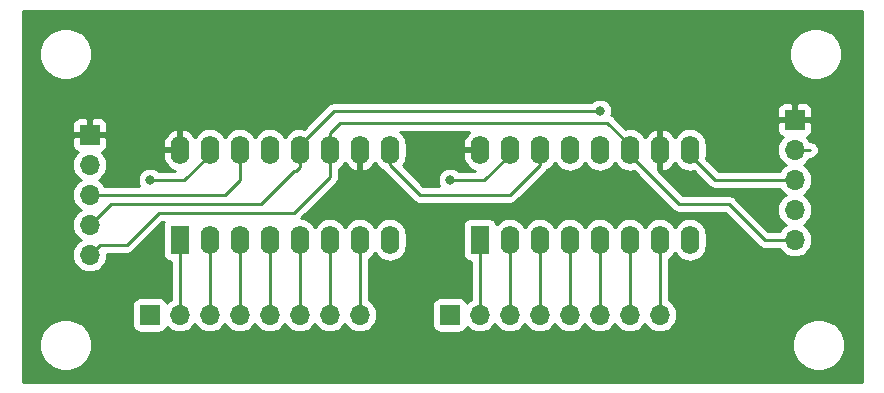
<source format=gtl>
%TF.GenerationSoftware,KiCad,Pcbnew,(5.1.2-1)-1*%
%TF.CreationDate,2023-02-25T22:44:41-05:00*%
%TF.ProjectId,7seg,37736567-2e6b-4696-9361-645f70636258,rev?*%
%TF.SameCoordinates,Original*%
%TF.FileFunction,Copper,L1,Top*%
%TF.FilePolarity,Positive*%
%FSLAX46Y46*%
G04 Gerber Fmt 4.6, Leading zero omitted, Abs format (unit mm)*
G04 Created by KiCad (PCBNEW (5.1.2-1)-1) date 2023-02-25 22:44:41*
%MOMM*%
%LPD*%
G04 APERTURE LIST*
%ADD10O,1.600000X2.400000*%
%ADD11R,1.600000X2.400000*%
%ADD12O,1.700000X1.700000*%
%ADD13R,1.700000X1.700000*%
%ADD14C,0.800000*%
%ADD15C,0.250000*%
%ADD16C,0.254000*%
G04 APERTURE END LIST*
D10*
X119380000Y43180000D03*
X137160000Y35560000D03*
X121920000Y43180000D03*
X134620000Y35560000D03*
X124460000Y43180000D03*
X132080000Y35560000D03*
X127000000Y43180000D03*
X129540000Y35560000D03*
X129540000Y43180000D03*
X127000000Y35560000D03*
X132080000Y43180000D03*
X124460000Y35560000D03*
X134620000Y43180000D03*
X121920000Y35560000D03*
X137160000Y43180000D03*
D11*
X119380000Y35560000D03*
D10*
X93980000Y43180000D03*
X111760000Y35560000D03*
X96520000Y43180000D03*
X109220000Y35560000D03*
X99060000Y43180000D03*
X106680000Y35560000D03*
X101600000Y43180000D03*
X104140000Y35560000D03*
X104140000Y43180000D03*
X101600000Y35560000D03*
X106680000Y43180000D03*
X99060000Y35560000D03*
X109220000Y43180000D03*
X96520000Y35560000D03*
X111760000Y43180000D03*
D11*
X93980000Y35560000D03*
D12*
X146050000Y35560000D03*
X146050000Y38100000D03*
X146050000Y40640000D03*
X146050000Y43180000D03*
D13*
X146050000Y45720000D03*
D12*
X134620000Y29210000D03*
X132080000Y29210000D03*
X129540000Y29210000D03*
X127000000Y29210000D03*
X124460000Y29210000D03*
X121920000Y29210000D03*
X119380000Y29210000D03*
D13*
X116840000Y29210000D03*
D12*
X109220000Y29210000D03*
X106680000Y29210000D03*
X104140000Y29210000D03*
X101600000Y29210000D03*
X99060000Y29210000D03*
X96520000Y29210000D03*
X93980000Y29210000D03*
D13*
X91440000Y29210000D03*
D12*
X86360000Y34290000D03*
X86360000Y36830000D03*
X86360000Y39370000D03*
X86360000Y41910000D03*
D13*
X86360000Y44450000D03*
D14*
X113538000Y48006000D03*
X91440000Y40640000D03*
X116840000Y40640000D03*
X129540000Y46482000D03*
D15*
X146050000Y43180000D02*
X147320000Y43180000D01*
X109220000Y35560000D02*
X109220000Y29210000D01*
X106680000Y35560000D02*
X106680000Y29210000D01*
X104140000Y35560000D02*
X104140000Y29210000D01*
X101600000Y35560000D02*
X101600000Y29210000D01*
X99060000Y35560000D02*
X99060000Y29210000D01*
X96520000Y35560000D02*
X96520000Y29210000D01*
X93980000Y35560000D02*
X93980000Y29210000D01*
X96520000Y42780000D02*
X94380000Y40640000D01*
X96520000Y43180000D02*
X96520000Y42780000D01*
X94380000Y40640000D02*
X91440000Y40640000D01*
X134620000Y35560000D02*
X134620000Y29210000D01*
X132080000Y35560000D02*
X132080000Y29210000D01*
X129540000Y35560000D02*
X129540000Y29210000D01*
X127000000Y35560000D02*
X127000000Y29210000D01*
X124460000Y35560000D02*
X124460000Y29210000D01*
X121920000Y35560000D02*
X121920000Y29210000D01*
X119380000Y35560000D02*
X119380000Y29210000D01*
X119780000Y40640000D02*
X116840000Y40640000D01*
X121920000Y42780000D02*
X119780000Y40640000D01*
X121920000Y43180000D02*
X121920000Y42780000D01*
X137160000Y42780000D02*
X139300000Y40640000D01*
X137160000Y43180000D02*
X137160000Y42780000D01*
X139300000Y40640000D02*
X146050000Y40640000D01*
X124460000Y42780000D02*
X124460000Y43180000D01*
X121920000Y39370000D02*
X124460000Y41910000D01*
X124460000Y41910000D02*
X124460000Y43180000D01*
X114300000Y39370000D02*
X121920000Y39370000D01*
X111760000Y41910000D02*
X114300000Y39370000D01*
X111760000Y43180000D02*
X111760000Y41910000D01*
X89495999Y35139999D02*
X92202000Y37846000D01*
X103632000Y37846000D02*
X106680000Y40894000D01*
X106680000Y40894000D02*
X106680000Y43180000D01*
X92202000Y37846000D02*
X103632000Y37846000D01*
X87209999Y35139999D02*
X89495999Y35139999D01*
X86360000Y34290000D02*
X87209999Y35139999D01*
X132080000Y43580000D02*
X132080000Y43180000D01*
X107516000Y45466000D02*
X130194000Y45466000D01*
X130194000Y45466000D02*
X132080000Y43580000D01*
X106680000Y44630000D02*
X107516000Y45466000D01*
X106680000Y43180000D02*
X106680000Y44630000D01*
X140462000Y38608000D02*
X143510000Y35560000D01*
X136252000Y38608000D02*
X140462000Y38608000D01*
X143510000Y35560000D02*
X146050000Y35560000D01*
X132080000Y42780000D02*
X136252000Y38608000D01*
X132080000Y43180000D02*
X132080000Y42780000D01*
X104140000Y41730000D02*
X104140000Y43180000D01*
X103632000Y41402000D02*
X103812000Y41402000D01*
X86360000Y36830000D02*
X88138000Y38608000D01*
X100838000Y38608000D02*
X103632000Y41402000D01*
X103812000Y41402000D02*
X104140000Y41730000D01*
X88138000Y38608000D02*
X100838000Y38608000D01*
X104140000Y43580000D02*
X107042000Y46482000D01*
X104140000Y43180000D02*
X104140000Y43580000D01*
X107042000Y46482000D02*
X108204000Y46482000D01*
X108204000Y46482000D02*
X129540000Y46482000D01*
X99060000Y42780000D02*
X99060000Y43180000D01*
X99060000Y40640000D02*
X99060000Y43180000D01*
X97790000Y39370000D02*
X99060000Y40640000D01*
X86360000Y39370000D02*
X97790000Y39370000D01*
D16*
G36*
X151740001Y50832428D02*
G01*
X151740000Y50832418D01*
X151740001Y23520000D01*
X80670000Y23520000D01*
X80670000Y26890128D01*
X82093000Y26890128D01*
X82093000Y26449872D01*
X82178890Y26018075D01*
X82347369Y25611331D01*
X82591962Y25245271D01*
X82903271Y24933962D01*
X83269331Y24689369D01*
X83676075Y24520890D01*
X84107872Y24435000D01*
X84548128Y24435000D01*
X84979925Y24520890D01*
X85386669Y24689369D01*
X85752729Y24933962D01*
X86064038Y25245271D01*
X86308631Y25611331D01*
X86477110Y26018075D01*
X86563000Y26449872D01*
X86563000Y26890128D01*
X145847000Y26890128D01*
X145847000Y26449872D01*
X145932890Y26018075D01*
X146101369Y25611331D01*
X146345962Y25245271D01*
X146657271Y24933962D01*
X147023331Y24689369D01*
X147430075Y24520890D01*
X147861872Y24435000D01*
X148302128Y24435000D01*
X148733925Y24520890D01*
X149140669Y24689369D01*
X149506729Y24933962D01*
X149818038Y25245271D01*
X150062631Y25611331D01*
X150231110Y26018075D01*
X150317000Y26449872D01*
X150317000Y26890128D01*
X150231110Y27321925D01*
X150062631Y27728669D01*
X149818038Y28094729D01*
X149506729Y28406038D01*
X149140669Y28650631D01*
X148733925Y28819110D01*
X148302128Y28905000D01*
X147861872Y28905000D01*
X147430075Y28819110D01*
X147023331Y28650631D01*
X146657271Y28406038D01*
X146345962Y28094729D01*
X146101369Y27728669D01*
X145932890Y27321925D01*
X145847000Y26890128D01*
X86563000Y26890128D01*
X86477110Y27321925D01*
X86308631Y27728669D01*
X86064038Y28094729D01*
X85752729Y28406038D01*
X85386669Y28650631D01*
X84979925Y28819110D01*
X84548128Y28905000D01*
X84107872Y28905000D01*
X83676075Y28819110D01*
X83269331Y28650631D01*
X82903271Y28406038D01*
X82591962Y28094729D01*
X82347369Y27728669D01*
X82178890Y27321925D01*
X82093000Y26890128D01*
X80670000Y26890128D01*
X80670000Y41910000D01*
X84867815Y41910000D01*
X84896487Y41618889D01*
X84981401Y41338966D01*
X85119294Y41080986D01*
X85304866Y40854866D01*
X85530986Y40669294D01*
X85585791Y40640000D01*
X85530986Y40610706D01*
X85304866Y40425134D01*
X85119294Y40199014D01*
X84981401Y39941034D01*
X84896487Y39661111D01*
X84867815Y39370000D01*
X84896487Y39078889D01*
X84981401Y38798966D01*
X85119294Y38540986D01*
X85304866Y38314866D01*
X85530986Y38129294D01*
X85585791Y38100000D01*
X85530986Y38070706D01*
X85304866Y37885134D01*
X85119294Y37659014D01*
X84981401Y37401034D01*
X84896487Y37121111D01*
X84867815Y36830000D01*
X84896487Y36538889D01*
X84981401Y36258966D01*
X85119294Y36000986D01*
X85304866Y35774866D01*
X85530986Y35589294D01*
X85585791Y35560000D01*
X85530986Y35530706D01*
X85304866Y35345134D01*
X85119294Y35119014D01*
X84981401Y34861034D01*
X84896487Y34581111D01*
X84867815Y34290000D01*
X84896487Y33998889D01*
X84981401Y33718966D01*
X85119294Y33460986D01*
X85304866Y33234866D01*
X85530986Y33049294D01*
X85788966Y32911401D01*
X86068889Y32826487D01*
X86287050Y32805000D01*
X86432950Y32805000D01*
X86651111Y32826487D01*
X86931034Y32911401D01*
X87189014Y33049294D01*
X87415134Y33234866D01*
X87600706Y33460986D01*
X87738599Y33718966D01*
X87823513Y33998889D01*
X87852185Y34290000D01*
X87843321Y34379999D01*
X89458677Y34379999D01*
X89495999Y34376323D01*
X89533321Y34379999D01*
X89533332Y34379999D01*
X89644985Y34390996D01*
X89788246Y34434453D01*
X89920275Y34505025D01*
X90036000Y34599998D01*
X90059803Y34629002D01*
X92516802Y37086000D01*
X92634232Y37086000D01*
X92590498Y37004180D01*
X92554188Y36884482D01*
X92541928Y36760000D01*
X92541928Y34360000D01*
X92554188Y34235518D01*
X92590498Y34115820D01*
X92649463Y34005506D01*
X92728815Y33908815D01*
X92825506Y33829463D01*
X92935820Y33770498D01*
X93055518Y33734188D01*
X93180000Y33721928D01*
X93220000Y33721928D01*
X93220001Y30487595D01*
X93150986Y30450706D01*
X92924866Y30265134D01*
X92900393Y30235313D01*
X92879502Y30304180D01*
X92820537Y30414494D01*
X92741185Y30511185D01*
X92644494Y30590537D01*
X92534180Y30649502D01*
X92414482Y30685812D01*
X92290000Y30698072D01*
X90590000Y30698072D01*
X90465518Y30685812D01*
X90345820Y30649502D01*
X90235506Y30590537D01*
X90138815Y30511185D01*
X90059463Y30414494D01*
X90000498Y30304180D01*
X89964188Y30184482D01*
X89951928Y30060000D01*
X89951928Y28360000D01*
X89964188Y28235518D01*
X90000498Y28115820D01*
X90059463Y28005506D01*
X90138815Y27908815D01*
X90235506Y27829463D01*
X90345820Y27770498D01*
X90465518Y27734188D01*
X90590000Y27721928D01*
X92290000Y27721928D01*
X92414482Y27734188D01*
X92534180Y27770498D01*
X92644494Y27829463D01*
X92741185Y27908815D01*
X92820537Y28005506D01*
X92879502Y28115820D01*
X92900393Y28184687D01*
X92924866Y28154866D01*
X93150986Y27969294D01*
X93408966Y27831401D01*
X93688889Y27746487D01*
X93907050Y27725000D01*
X94052950Y27725000D01*
X94271111Y27746487D01*
X94551034Y27831401D01*
X94809014Y27969294D01*
X95035134Y28154866D01*
X95220706Y28380986D01*
X95250000Y28435791D01*
X95279294Y28380986D01*
X95464866Y28154866D01*
X95690986Y27969294D01*
X95948966Y27831401D01*
X96228889Y27746487D01*
X96447050Y27725000D01*
X96592950Y27725000D01*
X96811111Y27746487D01*
X97091034Y27831401D01*
X97349014Y27969294D01*
X97575134Y28154866D01*
X97760706Y28380986D01*
X97790000Y28435791D01*
X97819294Y28380986D01*
X98004866Y28154866D01*
X98230986Y27969294D01*
X98488966Y27831401D01*
X98768889Y27746487D01*
X98987050Y27725000D01*
X99132950Y27725000D01*
X99351111Y27746487D01*
X99631034Y27831401D01*
X99889014Y27969294D01*
X100115134Y28154866D01*
X100300706Y28380986D01*
X100330000Y28435791D01*
X100359294Y28380986D01*
X100544866Y28154866D01*
X100770986Y27969294D01*
X101028966Y27831401D01*
X101308889Y27746487D01*
X101527050Y27725000D01*
X101672950Y27725000D01*
X101891111Y27746487D01*
X102171034Y27831401D01*
X102429014Y27969294D01*
X102655134Y28154866D01*
X102840706Y28380986D01*
X102870000Y28435791D01*
X102899294Y28380986D01*
X103084866Y28154866D01*
X103310986Y27969294D01*
X103568966Y27831401D01*
X103848889Y27746487D01*
X104067050Y27725000D01*
X104212950Y27725000D01*
X104431111Y27746487D01*
X104711034Y27831401D01*
X104969014Y27969294D01*
X105195134Y28154866D01*
X105380706Y28380986D01*
X105410000Y28435791D01*
X105439294Y28380986D01*
X105624866Y28154866D01*
X105850986Y27969294D01*
X106108966Y27831401D01*
X106388889Y27746487D01*
X106607050Y27725000D01*
X106752950Y27725000D01*
X106971111Y27746487D01*
X107251034Y27831401D01*
X107509014Y27969294D01*
X107735134Y28154866D01*
X107920706Y28380986D01*
X107950000Y28435791D01*
X107979294Y28380986D01*
X108164866Y28154866D01*
X108390986Y27969294D01*
X108648966Y27831401D01*
X108928889Y27746487D01*
X109147050Y27725000D01*
X109292950Y27725000D01*
X109511111Y27746487D01*
X109791034Y27831401D01*
X110049014Y27969294D01*
X110275134Y28154866D01*
X110460706Y28380986D01*
X110598599Y28638966D01*
X110683513Y28918889D01*
X110712185Y29210000D01*
X110683513Y29501111D01*
X110598599Y29781034D01*
X110460706Y30039014D01*
X110443484Y30060000D01*
X115351928Y30060000D01*
X115351928Y28360000D01*
X115364188Y28235518D01*
X115400498Y28115820D01*
X115459463Y28005506D01*
X115538815Y27908815D01*
X115635506Y27829463D01*
X115745820Y27770498D01*
X115865518Y27734188D01*
X115990000Y27721928D01*
X117690000Y27721928D01*
X117814482Y27734188D01*
X117934180Y27770498D01*
X118044494Y27829463D01*
X118141185Y27908815D01*
X118220537Y28005506D01*
X118279502Y28115820D01*
X118300393Y28184687D01*
X118324866Y28154866D01*
X118550986Y27969294D01*
X118808966Y27831401D01*
X119088889Y27746487D01*
X119307050Y27725000D01*
X119452950Y27725000D01*
X119671111Y27746487D01*
X119951034Y27831401D01*
X120209014Y27969294D01*
X120435134Y28154866D01*
X120620706Y28380986D01*
X120650000Y28435791D01*
X120679294Y28380986D01*
X120864866Y28154866D01*
X121090986Y27969294D01*
X121348966Y27831401D01*
X121628889Y27746487D01*
X121847050Y27725000D01*
X121992950Y27725000D01*
X122211111Y27746487D01*
X122491034Y27831401D01*
X122749014Y27969294D01*
X122975134Y28154866D01*
X123160706Y28380986D01*
X123190000Y28435791D01*
X123219294Y28380986D01*
X123404866Y28154866D01*
X123630986Y27969294D01*
X123888966Y27831401D01*
X124168889Y27746487D01*
X124387050Y27725000D01*
X124532950Y27725000D01*
X124751111Y27746487D01*
X125031034Y27831401D01*
X125289014Y27969294D01*
X125515134Y28154866D01*
X125700706Y28380986D01*
X125730000Y28435791D01*
X125759294Y28380986D01*
X125944866Y28154866D01*
X126170986Y27969294D01*
X126428966Y27831401D01*
X126708889Y27746487D01*
X126927050Y27725000D01*
X127072950Y27725000D01*
X127291111Y27746487D01*
X127571034Y27831401D01*
X127829014Y27969294D01*
X128055134Y28154866D01*
X128240706Y28380986D01*
X128270000Y28435791D01*
X128299294Y28380986D01*
X128484866Y28154866D01*
X128710986Y27969294D01*
X128968966Y27831401D01*
X129248889Y27746487D01*
X129467050Y27725000D01*
X129612950Y27725000D01*
X129831111Y27746487D01*
X130111034Y27831401D01*
X130369014Y27969294D01*
X130595134Y28154866D01*
X130780706Y28380986D01*
X130810000Y28435791D01*
X130839294Y28380986D01*
X131024866Y28154866D01*
X131250986Y27969294D01*
X131508966Y27831401D01*
X131788889Y27746487D01*
X132007050Y27725000D01*
X132152950Y27725000D01*
X132371111Y27746487D01*
X132651034Y27831401D01*
X132909014Y27969294D01*
X133135134Y28154866D01*
X133320706Y28380986D01*
X133350000Y28435791D01*
X133379294Y28380986D01*
X133564866Y28154866D01*
X133790986Y27969294D01*
X134048966Y27831401D01*
X134328889Y27746487D01*
X134547050Y27725000D01*
X134692950Y27725000D01*
X134911111Y27746487D01*
X135191034Y27831401D01*
X135449014Y27969294D01*
X135675134Y28154866D01*
X135860706Y28380986D01*
X135998599Y28638966D01*
X136083513Y28918889D01*
X136112185Y29210000D01*
X136083513Y29501111D01*
X135998599Y29781034D01*
X135860706Y30039014D01*
X135675134Y30265134D01*
X135449014Y30450706D01*
X135380000Y30487595D01*
X135380000Y33939099D01*
X135421101Y33961068D01*
X135639608Y34140392D01*
X135818932Y34358899D01*
X135890000Y34491858D01*
X135961068Y34358899D01*
X136140393Y34140392D01*
X136358900Y33961068D01*
X136608193Y33827818D01*
X136878692Y33745764D01*
X137160000Y33718057D01*
X137441309Y33745764D01*
X137711808Y33827818D01*
X137961101Y33961068D01*
X138179608Y34140392D01*
X138358932Y34358899D01*
X138492182Y34608192D01*
X138574236Y34878691D01*
X138595000Y35089509D01*
X138595000Y36030492D01*
X138574236Y36241309D01*
X138492182Y36511808D01*
X138358932Y36761101D01*
X138179607Y36979608D01*
X137961100Y37158932D01*
X137711807Y37292182D01*
X137441308Y37374236D01*
X137160000Y37401943D01*
X136878691Y37374236D01*
X136608192Y37292182D01*
X136358899Y37158932D01*
X136140392Y36979607D01*
X135961068Y36761100D01*
X135890000Y36628142D01*
X135818932Y36761101D01*
X135639607Y36979608D01*
X135421100Y37158932D01*
X135171807Y37292182D01*
X134901308Y37374236D01*
X134620000Y37401943D01*
X134338691Y37374236D01*
X134068192Y37292182D01*
X133818899Y37158932D01*
X133600392Y36979607D01*
X133421068Y36761100D01*
X133350000Y36628142D01*
X133278932Y36761101D01*
X133099607Y36979608D01*
X132881100Y37158932D01*
X132631807Y37292182D01*
X132361308Y37374236D01*
X132080000Y37401943D01*
X131798691Y37374236D01*
X131528192Y37292182D01*
X131278899Y37158932D01*
X131060392Y36979607D01*
X130881068Y36761100D01*
X130810000Y36628142D01*
X130738932Y36761101D01*
X130559607Y36979608D01*
X130341100Y37158932D01*
X130091807Y37292182D01*
X129821308Y37374236D01*
X129540000Y37401943D01*
X129258691Y37374236D01*
X128988192Y37292182D01*
X128738899Y37158932D01*
X128520392Y36979607D01*
X128341068Y36761100D01*
X128270000Y36628142D01*
X128198932Y36761101D01*
X128019607Y36979608D01*
X127801100Y37158932D01*
X127551807Y37292182D01*
X127281308Y37374236D01*
X127000000Y37401943D01*
X126718691Y37374236D01*
X126448192Y37292182D01*
X126198899Y37158932D01*
X125980392Y36979607D01*
X125801068Y36761100D01*
X125730000Y36628142D01*
X125658932Y36761101D01*
X125479607Y36979608D01*
X125261100Y37158932D01*
X125011807Y37292182D01*
X124741308Y37374236D01*
X124460000Y37401943D01*
X124178691Y37374236D01*
X123908192Y37292182D01*
X123658899Y37158932D01*
X123440392Y36979607D01*
X123261068Y36761100D01*
X123190000Y36628142D01*
X123118932Y36761101D01*
X122939607Y36979608D01*
X122721100Y37158932D01*
X122471807Y37292182D01*
X122201308Y37374236D01*
X121920000Y37401943D01*
X121638691Y37374236D01*
X121368192Y37292182D01*
X121118899Y37158932D01*
X120900392Y36979607D01*
X120807581Y36866517D01*
X120805812Y36884482D01*
X120769502Y37004180D01*
X120710537Y37114494D01*
X120631185Y37211185D01*
X120534494Y37290537D01*
X120424180Y37349502D01*
X120304482Y37385812D01*
X120180000Y37398072D01*
X118580000Y37398072D01*
X118455518Y37385812D01*
X118335820Y37349502D01*
X118225506Y37290537D01*
X118128815Y37211185D01*
X118049463Y37114494D01*
X117990498Y37004180D01*
X117954188Y36884482D01*
X117941928Y36760000D01*
X117941928Y34360000D01*
X117954188Y34235518D01*
X117990498Y34115820D01*
X118049463Y34005506D01*
X118128815Y33908815D01*
X118225506Y33829463D01*
X118335820Y33770498D01*
X118455518Y33734188D01*
X118580000Y33721928D01*
X118620000Y33721928D01*
X118620001Y30487595D01*
X118550986Y30450706D01*
X118324866Y30265134D01*
X118300393Y30235313D01*
X118279502Y30304180D01*
X118220537Y30414494D01*
X118141185Y30511185D01*
X118044494Y30590537D01*
X117934180Y30649502D01*
X117814482Y30685812D01*
X117690000Y30698072D01*
X115990000Y30698072D01*
X115865518Y30685812D01*
X115745820Y30649502D01*
X115635506Y30590537D01*
X115538815Y30511185D01*
X115459463Y30414494D01*
X115400498Y30304180D01*
X115364188Y30184482D01*
X115351928Y30060000D01*
X110443484Y30060000D01*
X110275134Y30265134D01*
X110049014Y30450706D01*
X109980000Y30487595D01*
X109980000Y33939099D01*
X110021101Y33961068D01*
X110239608Y34140392D01*
X110418932Y34358899D01*
X110490000Y34491858D01*
X110561068Y34358899D01*
X110740393Y34140392D01*
X110958900Y33961068D01*
X111208193Y33827818D01*
X111478692Y33745764D01*
X111760000Y33718057D01*
X112041309Y33745764D01*
X112311808Y33827818D01*
X112561101Y33961068D01*
X112779608Y34140392D01*
X112958932Y34358899D01*
X113092182Y34608192D01*
X113174236Y34878691D01*
X113195000Y35089509D01*
X113195000Y36030492D01*
X113174236Y36241309D01*
X113092182Y36511808D01*
X112958932Y36761101D01*
X112779607Y36979608D01*
X112561100Y37158932D01*
X112311807Y37292182D01*
X112041308Y37374236D01*
X111760000Y37401943D01*
X111478691Y37374236D01*
X111208192Y37292182D01*
X110958899Y37158932D01*
X110740392Y36979607D01*
X110561068Y36761100D01*
X110490000Y36628142D01*
X110418932Y36761101D01*
X110239607Y36979608D01*
X110021100Y37158932D01*
X109771807Y37292182D01*
X109501308Y37374236D01*
X109220000Y37401943D01*
X108938691Y37374236D01*
X108668192Y37292182D01*
X108418899Y37158932D01*
X108200392Y36979607D01*
X108021068Y36761100D01*
X107950000Y36628142D01*
X107878932Y36761101D01*
X107699607Y36979608D01*
X107481100Y37158932D01*
X107231807Y37292182D01*
X106961308Y37374236D01*
X106680000Y37401943D01*
X106398691Y37374236D01*
X106128192Y37292182D01*
X105878899Y37158932D01*
X105660392Y36979607D01*
X105481068Y36761100D01*
X105410000Y36628142D01*
X105338932Y36761101D01*
X105159607Y36979608D01*
X104941100Y37158932D01*
X104691807Y37292182D01*
X104421308Y37374236D01*
X104251739Y37390937D01*
X107191004Y40330202D01*
X107220001Y40353999D01*
X107295904Y40446487D01*
X107314974Y40469723D01*
X107385546Y40601753D01*
X107388262Y40610706D01*
X107429003Y40745014D01*
X107440000Y40856667D01*
X107440000Y40856677D01*
X107443676Y40894000D01*
X107440000Y40931323D01*
X107440000Y41559099D01*
X107481101Y41581068D01*
X107699608Y41760392D01*
X107878932Y41978899D01*
X107947265Y42106741D01*
X108097399Y41877161D01*
X108295105Y41675500D01*
X108528354Y41516285D01*
X108788182Y41405633D01*
X108870961Y41388096D01*
X109093000Y41510085D01*
X109093000Y43053000D01*
X109073000Y43053000D01*
X109073000Y43307000D01*
X109093000Y43307000D01*
X109093000Y43327000D01*
X109347000Y43327000D01*
X109347000Y43307000D01*
X109367000Y43307000D01*
X109367000Y43053000D01*
X109347000Y43053000D01*
X109347000Y41510085D01*
X109569039Y41388096D01*
X109651818Y41405633D01*
X109911646Y41516285D01*
X110144895Y41675500D01*
X110342601Y41877161D01*
X110492735Y42106741D01*
X110561068Y41978899D01*
X110740393Y41760392D01*
X110958900Y41581068D01*
X111120126Y41494891D01*
X111125026Y41485724D01*
X111190756Y41405633D01*
X111220000Y41369999D01*
X111248998Y41346201D01*
X113736205Y38858992D01*
X113759999Y38829999D01*
X113788992Y38806205D01*
X113788996Y38806201D01*
X113848966Y38756986D01*
X113875724Y38735026D01*
X114007753Y38664454D01*
X114151014Y38620997D01*
X114262667Y38610000D01*
X114262676Y38610000D01*
X114299999Y38606324D01*
X114337322Y38610000D01*
X121882678Y38610000D01*
X121920000Y38606324D01*
X121957322Y38610000D01*
X121957333Y38610000D01*
X122068986Y38620997D01*
X122212247Y38664454D01*
X122344276Y38735026D01*
X122460001Y38829999D01*
X122483804Y38859003D01*
X124971009Y41346206D01*
X125000001Y41369999D01*
X125023795Y41398992D01*
X125023799Y41398996D01*
X125094973Y41485723D01*
X125094974Y41485724D01*
X125099873Y41494890D01*
X125261101Y41581068D01*
X125479608Y41760392D01*
X125658932Y41978899D01*
X125730000Y42111858D01*
X125801068Y41978899D01*
X125980393Y41760392D01*
X126198900Y41581068D01*
X126448193Y41447818D01*
X126718692Y41365764D01*
X127000000Y41338057D01*
X127281309Y41365764D01*
X127551808Y41447818D01*
X127801101Y41581068D01*
X128019608Y41760392D01*
X128198932Y41978899D01*
X128270000Y42111858D01*
X128341068Y41978899D01*
X128520393Y41760392D01*
X128738900Y41581068D01*
X128988193Y41447818D01*
X129258692Y41365764D01*
X129540000Y41338057D01*
X129821309Y41365764D01*
X130091808Y41447818D01*
X130341101Y41581068D01*
X130559608Y41760392D01*
X130738932Y41978899D01*
X130810000Y42111858D01*
X130881068Y41978899D01*
X131060393Y41760392D01*
X131278900Y41581068D01*
X131528193Y41447818D01*
X131798692Y41365764D01*
X132080000Y41338057D01*
X132361309Y41365764D01*
X132405906Y41379292D01*
X135688200Y38096998D01*
X135711999Y38067999D01*
X135740997Y38044201D01*
X135827723Y37973026D01*
X135952208Y37906487D01*
X135959753Y37902454D01*
X136103014Y37858997D01*
X136214667Y37848000D01*
X136214677Y37848000D01*
X136252000Y37844324D01*
X136289322Y37848000D01*
X140147199Y37848000D01*
X142946201Y35048997D01*
X142969999Y35019999D01*
X142998997Y34996201D01*
X143085723Y34925026D01*
X143172409Y34878691D01*
X143217753Y34854454D01*
X143361014Y34810997D01*
X143472667Y34800000D01*
X143472677Y34800000D01*
X143510000Y34796324D01*
X143547323Y34800000D01*
X144772405Y34800000D01*
X144809294Y34730986D01*
X144994866Y34504866D01*
X145220986Y34319294D01*
X145478966Y34181401D01*
X145758889Y34096487D01*
X145977050Y34075000D01*
X146122950Y34075000D01*
X146341111Y34096487D01*
X146621034Y34181401D01*
X146879014Y34319294D01*
X147105134Y34504866D01*
X147290706Y34730986D01*
X147428599Y34988966D01*
X147513513Y35268889D01*
X147542185Y35560000D01*
X147513513Y35851111D01*
X147428599Y36131034D01*
X147290706Y36389014D01*
X147105134Y36615134D01*
X146879014Y36800706D01*
X146824209Y36830000D01*
X146879014Y36859294D01*
X147105134Y37044866D01*
X147290706Y37270986D01*
X147428599Y37528966D01*
X147513513Y37808889D01*
X147542185Y38100000D01*
X147513513Y38391111D01*
X147428599Y38671034D01*
X147290706Y38929014D01*
X147105134Y39155134D01*
X146879014Y39340706D01*
X146824209Y39370000D01*
X146879014Y39399294D01*
X147105134Y39584866D01*
X147290706Y39810986D01*
X147428599Y40068966D01*
X147513513Y40348889D01*
X147542185Y40640000D01*
X147513513Y40931111D01*
X147428599Y41211034D01*
X147290706Y41469014D01*
X147105134Y41695134D01*
X146879014Y41880706D01*
X146824209Y41910000D01*
X146879014Y41939294D01*
X147105134Y42124866D01*
X147290706Y42350986D01*
X147327595Y42420000D01*
X147357333Y42420000D01*
X147468986Y42430997D01*
X147612247Y42474454D01*
X147744276Y42545026D01*
X147860001Y42639999D01*
X147954974Y42755724D01*
X148025546Y42887753D01*
X148069003Y43031014D01*
X148083677Y43180000D01*
X148069003Y43328986D01*
X148025546Y43472247D01*
X147954974Y43604276D01*
X147860001Y43720001D01*
X147744276Y43814974D01*
X147612247Y43885546D01*
X147468986Y43929003D01*
X147357333Y43940000D01*
X147327595Y43940000D01*
X147290706Y44009014D01*
X147105134Y44235134D01*
X147075313Y44259607D01*
X147144180Y44280498D01*
X147254494Y44339463D01*
X147351185Y44418815D01*
X147430537Y44515506D01*
X147489502Y44625820D01*
X147525812Y44745518D01*
X147538072Y44870000D01*
X147535000Y45434250D01*
X147376250Y45593000D01*
X146177000Y45593000D01*
X146177000Y45573000D01*
X145923000Y45573000D01*
X145923000Y45593000D01*
X144723750Y45593000D01*
X144565000Y45434250D01*
X144561928Y44870000D01*
X144574188Y44745518D01*
X144610498Y44625820D01*
X144669463Y44515506D01*
X144748815Y44418815D01*
X144845506Y44339463D01*
X144955820Y44280498D01*
X145024687Y44259607D01*
X144994866Y44235134D01*
X144809294Y44009014D01*
X144671401Y43751034D01*
X144586487Y43471111D01*
X144557815Y43180000D01*
X144586487Y42888889D01*
X144671401Y42608966D01*
X144809294Y42350986D01*
X144994866Y42124866D01*
X145220986Y41939294D01*
X145275791Y41910000D01*
X145220986Y41880706D01*
X144994866Y41695134D01*
X144809294Y41469014D01*
X144772405Y41400000D01*
X139614802Y41400000D01*
X138560708Y42454094D01*
X138574236Y42498691D01*
X138595000Y42709509D01*
X138595000Y43650492D01*
X138574236Y43861309D01*
X138492182Y44131808D01*
X138358932Y44381101D01*
X138179607Y44599608D01*
X137961100Y44778932D01*
X137711807Y44912182D01*
X137441308Y44994236D01*
X137160000Y45021943D01*
X136878691Y44994236D01*
X136608192Y44912182D01*
X136358899Y44778932D01*
X136140392Y44599607D01*
X135961068Y44381100D01*
X135892735Y44253258D01*
X135742601Y44482839D01*
X135544895Y44684500D01*
X135311646Y44843715D01*
X135051818Y44954367D01*
X134969039Y44971904D01*
X134747000Y44849915D01*
X134747000Y43307000D01*
X134767000Y43307000D01*
X134767000Y43053000D01*
X134747000Y43053000D01*
X134747000Y41510085D01*
X134969039Y41388096D01*
X135051818Y41405633D01*
X135311646Y41516285D01*
X135544895Y41675500D01*
X135742601Y41877161D01*
X135892735Y42106741D01*
X135961068Y41978899D01*
X136140393Y41760392D01*
X136358900Y41581068D01*
X136608193Y41447818D01*
X136878692Y41365764D01*
X137160000Y41338057D01*
X137441309Y41365764D01*
X137485906Y41379292D01*
X138736201Y40128997D01*
X138759999Y40099999D01*
X138788997Y40076201D01*
X138875723Y40005026D01*
X138995443Y39941034D01*
X139007753Y39934454D01*
X139151014Y39890997D01*
X139262667Y39880000D01*
X139262676Y39880000D01*
X139299999Y39876324D01*
X139337322Y39880000D01*
X144772405Y39880000D01*
X144809294Y39810986D01*
X144994866Y39584866D01*
X145220986Y39399294D01*
X145275791Y39370000D01*
X145220986Y39340706D01*
X144994866Y39155134D01*
X144809294Y38929014D01*
X144671401Y38671034D01*
X144586487Y38391111D01*
X144557815Y38100000D01*
X144586487Y37808889D01*
X144671401Y37528966D01*
X144809294Y37270986D01*
X144994866Y37044866D01*
X145220986Y36859294D01*
X145275791Y36830000D01*
X145220986Y36800706D01*
X144994866Y36615134D01*
X144809294Y36389014D01*
X144772405Y36320000D01*
X143824802Y36320000D01*
X141025804Y39118997D01*
X141002001Y39148001D01*
X140886276Y39242974D01*
X140754247Y39313546D01*
X140610986Y39357003D01*
X140499333Y39368000D01*
X140499322Y39368000D01*
X140462000Y39371676D01*
X140424678Y39368000D01*
X136566802Y39368000D01*
X134448929Y41485872D01*
X134493000Y41510085D01*
X134493000Y43053000D01*
X134473000Y43053000D01*
X134473000Y43307000D01*
X134493000Y43307000D01*
X134493000Y44849915D01*
X134270961Y44971904D01*
X134188182Y44954367D01*
X133928354Y44843715D01*
X133695105Y44684500D01*
X133497399Y44482839D01*
X133347265Y44253259D01*
X133278932Y44381101D01*
X133099607Y44599608D01*
X132881100Y44778932D01*
X132631807Y44912182D01*
X132361308Y44994236D01*
X132080000Y45021943D01*
X131798691Y44994236D01*
X131754094Y44980708D01*
X130757804Y45976997D01*
X130734001Y46006001D01*
X130618276Y46100974D01*
X130523446Y46151662D01*
X130535226Y46180102D01*
X130575000Y46380061D01*
X130575000Y46570000D01*
X144561928Y46570000D01*
X144565000Y46005750D01*
X144723750Y45847000D01*
X145923000Y45847000D01*
X145923000Y47046250D01*
X146177000Y47046250D01*
X146177000Y45847000D01*
X147376250Y45847000D01*
X147535000Y46005750D01*
X147538072Y46570000D01*
X147525812Y46694482D01*
X147489502Y46814180D01*
X147430537Y46924494D01*
X147351185Y47021185D01*
X147254494Y47100537D01*
X147144180Y47159502D01*
X147024482Y47195812D01*
X146900000Y47208072D01*
X146335750Y47205000D01*
X146177000Y47046250D01*
X145923000Y47046250D01*
X145764250Y47205000D01*
X145200000Y47208072D01*
X145075518Y47195812D01*
X144955820Y47159502D01*
X144845506Y47100537D01*
X144748815Y47021185D01*
X144669463Y46924494D01*
X144610498Y46814180D01*
X144574188Y46694482D01*
X144561928Y46570000D01*
X130575000Y46570000D01*
X130575000Y46583939D01*
X130535226Y46783898D01*
X130457205Y46972256D01*
X130343937Y47141774D01*
X130199774Y47285937D01*
X130030256Y47399205D01*
X129841898Y47477226D01*
X129641939Y47517000D01*
X129438061Y47517000D01*
X129238102Y47477226D01*
X129049744Y47399205D01*
X128880226Y47285937D01*
X128836289Y47242000D01*
X107079325Y47242000D01*
X107042000Y47245676D01*
X107004675Y47242000D01*
X107004667Y47242000D01*
X106893014Y47231003D01*
X106749753Y47187546D01*
X106617724Y47116974D01*
X106501999Y47022001D01*
X106478201Y46993003D01*
X104465906Y44980707D01*
X104421308Y44994236D01*
X104140000Y45021943D01*
X103858691Y44994236D01*
X103588192Y44912182D01*
X103338899Y44778932D01*
X103120392Y44599607D01*
X102941068Y44381100D01*
X102870000Y44248142D01*
X102798932Y44381101D01*
X102619607Y44599608D01*
X102401100Y44778932D01*
X102151807Y44912182D01*
X101881308Y44994236D01*
X101600000Y45021943D01*
X101318691Y44994236D01*
X101048192Y44912182D01*
X100798899Y44778932D01*
X100580392Y44599607D01*
X100401068Y44381100D01*
X100330000Y44248142D01*
X100258932Y44381101D01*
X100079607Y44599608D01*
X99861100Y44778932D01*
X99611807Y44912182D01*
X99341308Y44994236D01*
X99060000Y45021943D01*
X98778691Y44994236D01*
X98508192Y44912182D01*
X98258899Y44778932D01*
X98040392Y44599607D01*
X97861068Y44381100D01*
X97790000Y44248142D01*
X97718932Y44381101D01*
X97539607Y44599608D01*
X97321100Y44778932D01*
X97071807Y44912182D01*
X96801308Y44994236D01*
X96520000Y45021943D01*
X96238691Y44994236D01*
X95968192Y44912182D01*
X95718899Y44778932D01*
X95500392Y44599607D01*
X95321068Y44381100D01*
X95252735Y44253258D01*
X95102601Y44482839D01*
X94904895Y44684500D01*
X94671646Y44843715D01*
X94411818Y44954367D01*
X94329039Y44971904D01*
X94107000Y44849915D01*
X94107000Y43307000D01*
X94127000Y43307000D01*
X94127000Y43053000D01*
X94107000Y43053000D01*
X94107000Y43033000D01*
X93853000Y43033000D01*
X93853000Y43053000D01*
X92545000Y43053000D01*
X92545000Y42653000D01*
X92597350Y42375486D01*
X92702834Y42113517D01*
X92857399Y41877161D01*
X93055105Y41675500D01*
X93288354Y41516285D01*
X93548182Y41405633D01*
X93574771Y41400000D01*
X92143711Y41400000D01*
X92099774Y41443937D01*
X91930256Y41557205D01*
X91741898Y41635226D01*
X91541939Y41675000D01*
X91338061Y41675000D01*
X91138102Y41635226D01*
X90949744Y41557205D01*
X90780226Y41443937D01*
X90636063Y41299774D01*
X90522795Y41130256D01*
X90444774Y40941898D01*
X90405000Y40741939D01*
X90405000Y40538061D01*
X90444774Y40338102D01*
X90522795Y40149744D01*
X90535987Y40130000D01*
X87637595Y40130000D01*
X87600706Y40199014D01*
X87415134Y40425134D01*
X87189014Y40610706D01*
X87134209Y40640000D01*
X87189014Y40669294D01*
X87415134Y40854866D01*
X87600706Y41080986D01*
X87738599Y41338966D01*
X87823513Y41618889D01*
X87852185Y41910000D01*
X87823513Y42201111D01*
X87738599Y42481034D01*
X87600706Y42739014D01*
X87415134Y42965134D01*
X87385313Y42989607D01*
X87454180Y43010498D01*
X87564494Y43069463D01*
X87661185Y43148815D01*
X87740537Y43245506D01*
X87799502Y43355820D01*
X87835812Y43475518D01*
X87848072Y43600000D01*
X87847490Y43707000D01*
X92545000Y43707000D01*
X92545000Y43307000D01*
X93853000Y43307000D01*
X93853000Y44849915D01*
X93630961Y44971904D01*
X93548182Y44954367D01*
X93288354Y44843715D01*
X93055105Y44684500D01*
X92857399Y44482839D01*
X92702834Y44246483D01*
X92597350Y43984514D01*
X92545000Y43707000D01*
X87847490Y43707000D01*
X87845000Y44164250D01*
X87686250Y44323000D01*
X86487000Y44323000D01*
X86487000Y44303000D01*
X86233000Y44303000D01*
X86233000Y44323000D01*
X85033750Y44323000D01*
X84875000Y44164250D01*
X84871928Y43600000D01*
X84884188Y43475518D01*
X84920498Y43355820D01*
X84979463Y43245506D01*
X85058815Y43148815D01*
X85155506Y43069463D01*
X85265820Y43010498D01*
X85334687Y42989607D01*
X85304866Y42965134D01*
X85119294Y42739014D01*
X84981401Y42481034D01*
X84896487Y42201111D01*
X84867815Y41910000D01*
X80670000Y41910000D01*
X80670000Y45300000D01*
X84871928Y45300000D01*
X84875000Y44735750D01*
X85033750Y44577000D01*
X86233000Y44577000D01*
X86233000Y45776250D01*
X86487000Y45776250D01*
X86487000Y44577000D01*
X87686250Y44577000D01*
X87845000Y44735750D01*
X87848072Y45300000D01*
X87835812Y45424482D01*
X87799502Y45544180D01*
X87740537Y45654494D01*
X87661185Y45751185D01*
X87564494Y45830537D01*
X87454180Y45889502D01*
X87334482Y45925812D01*
X87210000Y45938072D01*
X86645750Y45935000D01*
X86487000Y45776250D01*
X86233000Y45776250D01*
X86074250Y45935000D01*
X85510000Y45938072D01*
X85385518Y45925812D01*
X85265820Y45889502D01*
X85155506Y45830537D01*
X85058815Y45751185D01*
X84979463Y45654494D01*
X84920498Y45544180D01*
X84884188Y45424482D01*
X84871928Y45300000D01*
X80670000Y45300000D01*
X80670000Y51528128D01*
X82093000Y51528128D01*
X82093000Y51087872D01*
X82178890Y50656075D01*
X82347369Y50249331D01*
X82591962Y49883271D01*
X82903271Y49571962D01*
X83269331Y49327369D01*
X83676075Y49158890D01*
X84107872Y49073000D01*
X84548128Y49073000D01*
X84979925Y49158890D01*
X85386669Y49327369D01*
X85752729Y49571962D01*
X86064038Y49883271D01*
X86308631Y50249331D01*
X86477110Y50656075D01*
X86563000Y51087872D01*
X86563000Y51528128D01*
X145593000Y51528128D01*
X145593000Y51087872D01*
X145678890Y50656075D01*
X145847369Y50249331D01*
X146091962Y49883271D01*
X146403271Y49571962D01*
X146769331Y49327369D01*
X147176075Y49158890D01*
X147607872Y49073000D01*
X148048128Y49073000D01*
X148479925Y49158890D01*
X148886669Y49327369D01*
X149252729Y49571962D01*
X149564038Y49883271D01*
X149808631Y50249331D01*
X149977110Y50656075D01*
X150063000Y51087872D01*
X150063000Y51528128D01*
X149977110Y51959925D01*
X149808631Y52366669D01*
X149564038Y52732729D01*
X149252729Y53044038D01*
X148886669Y53288631D01*
X148479925Y53457110D01*
X148048128Y53543000D01*
X147607872Y53543000D01*
X147176075Y53457110D01*
X146769331Y53288631D01*
X146403271Y53044038D01*
X146091962Y52732729D01*
X145847369Y52366669D01*
X145678890Y51959925D01*
X145593000Y51528128D01*
X86563000Y51528128D01*
X86477110Y51959925D01*
X86308631Y52366669D01*
X86064038Y52732729D01*
X85752729Y53044038D01*
X85386669Y53288631D01*
X84979925Y53457110D01*
X84548128Y53543000D01*
X84107872Y53543000D01*
X83676075Y53457110D01*
X83269331Y53288631D01*
X82903271Y53044038D01*
X82591962Y52732729D01*
X82347369Y52366669D01*
X82178890Y51959925D01*
X82093000Y51528128D01*
X80670000Y51528128D01*
X80670000Y54966000D01*
X151740000Y54966000D01*
X151740001Y50832428D01*
X151740001Y50832428D01*
G37*
X151740001Y50832428D02*
X151740000Y50832418D01*
X151740001Y23520000D01*
X80670000Y23520000D01*
X80670000Y26890128D01*
X82093000Y26890128D01*
X82093000Y26449872D01*
X82178890Y26018075D01*
X82347369Y25611331D01*
X82591962Y25245271D01*
X82903271Y24933962D01*
X83269331Y24689369D01*
X83676075Y24520890D01*
X84107872Y24435000D01*
X84548128Y24435000D01*
X84979925Y24520890D01*
X85386669Y24689369D01*
X85752729Y24933962D01*
X86064038Y25245271D01*
X86308631Y25611331D01*
X86477110Y26018075D01*
X86563000Y26449872D01*
X86563000Y26890128D01*
X145847000Y26890128D01*
X145847000Y26449872D01*
X145932890Y26018075D01*
X146101369Y25611331D01*
X146345962Y25245271D01*
X146657271Y24933962D01*
X147023331Y24689369D01*
X147430075Y24520890D01*
X147861872Y24435000D01*
X148302128Y24435000D01*
X148733925Y24520890D01*
X149140669Y24689369D01*
X149506729Y24933962D01*
X149818038Y25245271D01*
X150062631Y25611331D01*
X150231110Y26018075D01*
X150317000Y26449872D01*
X150317000Y26890128D01*
X150231110Y27321925D01*
X150062631Y27728669D01*
X149818038Y28094729D01*
X149506729Y28406038D01*
X149140669Y28650631D01*
X148733925Y28819110D01*
X148302128Y28905000D01*
X147861872Y28905000D01*
X147430075Y28819110D01*
X147023331Y28650631D01*
X146657271Y28406038D01*
X146345962Y28094729D01*
X146101369Y27728669D01*
X145932890Y27321925D01*
X145847000Y26890128D01*
X86563000Y26890128D01*
X86477110Y27321925D01*
X86308631Y27728669D01*
X86064038Y28094729D01*
X85752729Y28406038D01*
X85386669Y28650631D01*
X84979925Y28819110D01*
X84548128Y28905000D01*
X84107872Y28905000D01*
X83676075Y28819110D01*
X83269331Y28650631D01*
X82903271Y28406038D01*
X82591962Y28094729D01*
X82347369Y27728669D01*
X82178890Y27321925D01*
X82093000Y26890128D01*
X80670000Y26890128D01*
X80670000Y41910000D01*
X84867815Y41910000D01*
X84896487Y41618889D01*
X84981401Y41338966D01*
X85119294Y41080986D01*
X85304866Y40854866D01*
X85530986Y40669294D01*
X85585791Y40640000D01*
X85530986Y40610706D01*
X85304866Y40425134D01*
X85119294Y40199014D01*
X84981401Y39941034D01*
X84896487Y39661111D01*
X84867815Y39370000D01*
X84896487Y39078889D01*
X84981401Y38798966D01*
X85119294Y38540986D01*
X85304866Y38314866D01*
X85530986Y38129294D01*
X85585791Y38100000D01*
X85530986Y38070706D01*
X85304866Y37885134D01*
X85119294Y37659014D01*
X84981401Y37401034D01*
X84896487Y37121111D01*
X84867815Y36830000D01*
X84896487Y36538889D01*
X84981401Y36258966D01*
X85119294Y36000986D01*
X85304866Y35774866D01*
X85530986Y35589294D01*
X85585791Y35560000D01*
X85530986Y35530706D01*
X85304866Y35345134D01*
X85119294Y35119014D01*
X84981401Y34861034D01*
X84896487Y34581111D01*
X84867815Y34290000D01*
X84896487Y33998889D01*
X84981401Y33718966D01*
X85119294Y33460986D01*
X85304866Y33234866D01*
X85530986Y33049294D01*
X85788966Y32911401D01*
X86068889Y32826487D01*
X86287050Y32805000D01*
X86432950Y32805000D01*
X86651111Y32826487D01*
X86931034Y32911401D01*
X87189014Y33049294D01*
X87415134Y33234866D01*
X87600706Y33460986D01*
X87738599Y33718966D01*
X87823513Y33998889D01*
X87852185Y34290000D01*
X87843321Y34379999D01*
X89458677Y34379999D01*
X89495999Y34376323D01*
X89533321Y34379999D01*
X89533332Y34379999D01*
X89644985Y34390996D01*
X89788246Y34434453D01*
X89920275Y34505025D01*
X90036000Y34599998D01*
X90059803Y34629002D01*
X92516802Y37086000D01*
X92634232Y37086000D01*
X92590498Y37004180D01*
X92554188Y36884482D01*
X92541928Y36760000D01*
X92541928Y34360000D01*
X92554188Y34235518D01*
X92590498Y34115820D01*
X92649463Y34005506D01*
X92728815Y33908815D01*
X92825506Y33829463D01*
X92935820Y33770498D01*
X93055518Y33734188D01*
X93180000Y33721928D01*
X93220000Y33721928D01*
X93220001Y30487595D01*
X93150986Y30450706D01*
X92924866Y30265134D01*
X92900393Y30235313D01*
X92879502Y30304180D01*
X92820537Y30414494D01*
X92741185Y30511185D01*
X92644494Y30590537D01*
X92534180Y30649502D01*
X92414482Y30685812D01*
X92290000Y30698072D01*
X90590000Y30698072D01*
X90465518Y30685812D01*
X90345820Y30649502D01*
X90235506Y30590537D01*
X90138815Y30511185D01*
X90059463Y30414494D01*
X90000498Y30304180D01*
X89964188Y30184482D01*
X89951928Y30060000D01*
X89951928Y28360000D01*
X89964188Y28235518D01*
X90000498Y28115820D01*
X90059463Y28005506D01*
X90138815Y27908815D01*
X90235506Y27829463D01*
X90345820Y27770498D01*
X90465518Y27734188D01*
X90590000Y27721928D01*
X92290000Y27721928D01*
X92414482Y27734188D01*
X92534180Y27770498D01*
X92644494Y27829463D01*
X92741185Y27908815D01*
X92820537Y28005506D01*
X92879502Y28115820D01*
X92900393Y28184687D01*
X92924866Y28154866D01*
X93150986Y27969294D01*
X93408966Y27831401D01*
X93688889Y27746487D01*
X93907050Y27725000D01*
X94052950Y27725000D01*
X94271111Y27746487D01*
X94551034Y27831401D01*
X94809014Y27969294D01*
X95035134Y28154866D01*
X95220706Y28380986D01*
X95250000Y28435791D01*
X95279294Y28380986D01*
X95464866Y28154866D01*
X95690986Y27969294D01*
X95948966Y27831401D01*
X96228889Y27746487D01*
X96447050Y27725000D01*
X96592950Y27725000D01*
X96811111Y27746487D01*
X97091034Y27831401D01*
X97349014Y27969294D01*
X97575134Y28154866D01*
X97760706Y28380986D01*
X97790000Y28435791D01*
X97819294Y28380986D01*
X98004866Y28154866D01*
X98230986Y27969294D01*
X98488966Y27831401D01*
X98768889Y27746487D01*
X98987050Y27725000D01*
X99132950Y27725000D01*
X99351111Y27746487D01*
X99631034Y27831401D01*
X99889014Y27969294D01*
X100115134Y28154866D01*
X100300706Y28380986D01*
X100330000Y28435791D01*
X100359294Y28380986D01*
X100544866Y28154866D01*
X100770986Y27969294D01*
X101028966Y27831401D01*
X101308889Y27746487D01*
X101527050Y27725000D01*
X101672950Y27725000D01*
X101891111Y27746487D01*
X102171034Y27831401D01*
X102429014Y27969294D01*
X102655134Y28154866D01*
X102840706Y28380986D01*
X102870000Y28435791D01*
X102899294Y28380986D01*
X103084866Y28154866D01*
X103310986Y27969294D01*
X103568966Y27831401D01*
X103848889Y27746487D01*
X104067050Y27725000D01*
X104212950Y27725000D01*
X104431111Y27746487D01*
X104711034Y27831401D01*
X104969014Y27969294D01*
X105195134Y28154866D01*
X105380706Y28380986D01*
X105410000Y28435791D01*
X105439294Y28380986D01*
X105624866Y28154866D01*
X105850986Y27969294D01*
X106108966Y27831401D01*
X106388889Y27746487D01*
X106607050Y27725000D01*
X106752950Y27725000D01*
X106971111Y27746487D01*
X107251034Y27831401D01*
X107509014Y27969294D01*
X107735134Y28154866D01*
X107920706Y28380986D01*
X107950000Y28435791D01*
X107979294Y28380986D01*
X108164866Y28154866D01*
X108390986Y27969294D01*
X108648966Y27831401D01*
X108928889Y27746487D01*
X109147050Y27725000D01*
X109292950Y27725000D01*
X109511111Y27746487D01*
X109791034Y27831401D01*
X110049014Y27969294D01*
X110275134Y28154866D01*
X110460706Y28380986D01*
X110598599Y28638966D01*
X110683513Y28918889D01*
X110712185Y29210000D01*
X110683513Y29501111D01*
X110598599Y29781034D01*
X110460706Y30039014D01*
X110443484Y30060000D01*
X115351928Y30060000D01*
X115351928Y28360000D01*
X115364188Y28235518D01*
X115400498Y28115820D01*
X115459463Y28005506D01*
X115538815Y27908815D01*
X115635506Y27829463D01*
X115745820Y27770498D01*
X115865518Y27734188D01*
X115990000Y27721928D01*
X117690000Y27721928D01*
X117814482Y27734188D01*
X117934180Y27770498D01*
X118044494Y27829463D01*
X118141185Y27908815D01*
X118220537Y28005506D01*
X118279502Y28115820D01*
X118300393Y28184687D01*
X118324866Y28154866D01*
X118550986Y27969294D01*
X118808966Y27831401D01*
X119088889Y27746487D01*
X119307050Y27725000D01*
X119452950Y27725000D01*
X119671111Y27746487D01*
X119951034Y27831401D01*
X120209014Y27969294D01*
X120435134Y28154866D01*
X120620706Y28380986D01*
X120650000Y28435791D01*
X120679294Y28380986D01*
X120864866Y28154866D01*
X121090986Y27969294D01*
X121348966Y27831401D01*
X121628889Y27746487D01*
X121847050Y27725000D01*
X121992950Y27725000D01*
X122211111Y27746487D01*
X122491034Y27831401D01*
X122749014Y27969294D01*
X122975134Y28154866D01*
X123160706Y28380986D01*
X123190000Y28435791D01*
X123219294Y28380986D01*
X123404866Y28154866D01*
X123630986Y27969294D01*
X123888966Y27831401D01*
X124168889Y27746487D01*
X124387050Y27725000D01*
X124532950Y27725000D01*
X124751111Y27746487D01*
X125031034Y27831401D01*
X125289014Y27969294D01*
X125515134Y28154866D01*
X125700706Y28380986D01*
X125730000Y28435791D01*
X125759294Y28380986D01*
X125944866Y28154866D01*
X126170986Y27969294D01*
X126428966Y27831401D01*
X126708889Y27746487D01*
X126927050Y27725000D01*
X127072950Y27725000D01*
X127291111Y27746487D01*
X127571034Y27831401D01*
X127829014Y27969294D01*
X128055134Y28154866D01*
X128240706Y28380986D01*
X128270000Y28435791D01*
X128299294Y28380986D01*
X128484866Y28154866D01*
X128710986Y27969294D01*
X128968966Y27831401D01*
X129248889Y27746487D01*
X129467050Y27725000D01*
X129612950Y27725000D01*
X129831111Y27746487D01*
X130111034Y27831401D01*
X130369014Y27969294D01*
X130595134Y28154866D01*
X130780706Y28380986D01*
X130810000Y28435791D01*
X130839294Y28380986D01*
X131024866Y28154866D01*
X131250986Y27969294D01*
X131508966Y27831401D01*
X131788889Y27746487D01*
X132007050Y27725000D01*
X132152950Y27725000D01*
X132371111Y27746487D01*
X132651034Y27831401D01*
X132909014Y27969294D01*
X133135134Y28154866D01*
X133320706Y28380986D01*
X133350000Y28435791D01*
X133379294Y28380986D01*
X133564866Y28154866D01*
X133790986Y27969294D01*
X134048966Y27831401D01*
X134328889Y27746487D01*
X134547050Y27725000D01*
X134692950Y27725000D01*
X134911111Y27746487D01*
X135191034Y27831401D01*
X135449014Y27969294D01*
X135675134Y28154866D01*
X135860706Y28380986D01*
X135998599Y28638966D01*
X136083513Y28918889D01*
X136112185Y29210000D01*
X136083513Y29501111D01*
X135998599Y29781034D01*
X135860706Y30039014D01*
X135675134Y30265134D01*
X135449014Y30450706D01*
X135380000Y30487595D01*
X135380000Y33939099D01*
X135421101Y33961068D01*
X135639608Y34140392D01*
X135818932Y34358899D01*
X135890000Y34491858D01*
X135961068Y34358899D01*
X136140393Y34140392D01*
X136358900Y33961068D01*
X136608193Y33827818D01*
X136878692Y33745764D01*
X137160000Y33718057D01*
X137441309Y33745764D01*
X137711808Y33827818D01*
X137961101Y33961068D01*
X138179608Y34140392D01*
X138358932Y34358899D01*
X138492182Y34608192D01*
X138574236Y34878691D01*
X138595000Y35089509D01*
X138595000Y36030492D01*
X138574236Y36241309D01*
X138492182Y36511808D01*
X138358932Y36761101D01*
X138179607Y36979608D01*
X137961100Y37158932D01*
X137711807Y37292182D01*
X137441308Y37374236D01*
X137160000Y37401943D01*
X136878691Y37374236D01*
X136608192Y37292182D01*
X136358899Y37158932D01*
X136140392Y36979607D01*
X135961068Y36761100D01*
X135890000Y36628142D01*
X135818932Y36761101D01*
X135639607Y36979608D01*
X135421100Y37158932D01*
X135171807Y37292182D01*
X134901308Y37374236D01*
X134620000Y37401943D01*
X134338691Y37374236D01*
X134068192Y37292182D01*
X133818899Y37158932D01*
X133600392Y36979607D01*
X133421068Y36761100D01*
X133350000Y36628142D01*
X133278932Y36761101D01*
X133099607Y36979608D01*
X132881100Y37158932D01*
X132631807Y37292182D01*
X132361308Y37374236D01*
X132080000Y37401943D01*
X131798691Y37374236D01*
X131528192Y37292182D01*
X131278899Y37158932D01*
X131060392Y36979607D01*
X130881068Y36761100D01*
X130810000Y36628142D01*
X130738932Y36761101D01*
X130559607Y36979608D01*
X130341100Y37158932D01*
X130091807Y37292182D01*
X129821308Y37374236D01*
X129540000Y37401943D01*
X129258691Y37374236D01*
X128988192Y37292182D01*
X128738899Y37158932D01*
X128520392Y36979607D01*
X128341068Y36761100D01*
X128270000Y36628142D01*
X128198932Y36761101D01*
X128019607Y36979608D01*
X127801100Y37158932D01*
X127551807Y37292182D01*
X127281308Y37374236D01*
X127000000Y37401943D01*
X126718691Y37374236D01*
X126448192Y37292182D01*
X126198899Y37158932D01*
X125980392Y36979607D01*
X125801068Y36761100D01*
X125730000Y36628142D01*
X125658932Y36761101D01*
X125479607Y36979608D01*
X125261100Y37158932D01*
X125011807Y37292182D01*
X124741308Y37374236D01*
X124460000Y37401943D01*
X124178691Y37374236D01*
X123908192Y37292182D01*
X123658899Y37158932D01*
X123440392Y36979607D01*
X123261068Y36761100D01*
X123190000Y36628142D01*
X123118932Y36761101D01*
X122939607Y36979608D01*
X122721100Y37158932D01*
X122471807Y37292182D01*
X122201308Y37374236D01*
X121920000Y37401943D01*
X121638691Y37374236D01*
X121368192Y37292182D01*
X121118899Y37158932D01*
X120900392Y36979607D01*
X120807581Y36866517D01*
X120805812Y36884482D01*
X120769502Y37004180D01*
X120710537Y37114494D01*
X120631185Y37211185D01*
X120534494Y37290537D01*
X120424180Y37349502D01*
X120304482Y37385812D01*
X120180000Y37398072D01*
X118580000Y37398072D01*
X118455518Y37385812D01*
X118335820Y37349502D01*
X118225506Y37290537D01*
X118128815Y37211185D01*
X118049463Y37114494D01*
X117990498Y37004180D01*
X117954188Y36884482D01*
X117941928Y36760000D01*
X117941928Y34360000D01*
X117954188Y34235518D01*
X117990498Y34115820D01*
X118049463Y34005506D01*
X118128815Y33908815D01*
X118225506Y33829463D01*
X118335820Y33770498D01*
X118455518Y33734188D01*
X118580000Y33721928D01*
X118620000Y33721928D01*
X118620001Y30487595D01*
X118550986Y30450706D01*
X118324866Y30265134D01*
X118300393Y30235313D01*
X118279502Y30304180D01*
X118220537Y30414494D01*
X118141185Y30511185D01*
X118044494Y30590537D01*
X117934180Y30649502D01*
X117814482Y30685812D01*
X117690000Y30698072D01*
X115990000Y30698072D01*
X115865518Y30685812D01*
X115745820Y30649502D01*
X115635506Y30590537D01*
X115538815Y30511185D01*
X115459463Y30414494D01*
X115400498Y30304180D01*
X115364188Y30184482D01*
X115351928Y30060000D01*
X110443484Y30060000D01*
X110275134Y30265134D01*
X110049014Y30450706D01*
X109980000Y30487595D01*
X109980000Y33939099D01*
X110021101Y33961068D01*
X110239608Y34140392D01*
X110418932Y34358899D01*
X110490000Y34491858D01*
X110561068Y34358899D01*
X110740393Y34140392D01*
X110958900Y33961068D01*
X111208193Y33827818D01*
X111478692Y33745764D01*
X111760000Y33718057D01*
X112041309Y33745764D01*
X112311808Y33827818D01*
X112561101Y33961068D01*
X112779608Y34140392D01*
X112958932Y34358899D01*
X113092182Y34608192D01*
X113174236Y34878691D01*
X113195000Y35089509D01*
X113195000Y36030492D01*
X113174236Y36241309D01*
X113092182Y36511808D01*
X112958932Y36761101D01*
X112779607Y36979608D01*
X112561100Y37158932D01*
X112311807Y37292182D01*
X112041308Y37374236D01*
X111760000Y37401943D01*
X111478691Y37374236D01*
X111208192Y37292182D01*
X110958899Y37158932D01*
X110740392Y36979607D01*
X110561068Y36761100D01*
X110490000Y36628142D01*
X110418932Y36761101D01*
X110239607Y36979608D01*
X110021100Y37158932D01*
X109771807Y37292182D01*
X109501308Y37374236D01*
X109220000Y37401943D01*
X108938691Y37374236D01*
X108668192Y37292182D01*
X108418899Y37158932D01*
X108200392Y36979607D01*
X108021068Y36761100D01*
X107950000Y36628142D01*
X107878932Y36761101D01*
X107699607Y36979608D01*
X107481100Y37158932D01*
X107231807Y37292182D01*
X106961308Y37374236D01*
X106680000Y37401943D01*
X106398691Y37374236D01*
X106128192Y37292182D01*
X105878899Y37158932D01*
X105660392Y36979607D01*
X105481068Y36761100D01*
X105410000Y36628142D01*
X105338932Y36761101D01*
X105159607Y36979608D01*
X104941100Y37158932D01*
X104691807Y37292182D01*
X104421308Y37374236D01*
X104251739Y37390937D01*
X107191004Y40330202D01*
X107220001Y40353999D01*
X107295904Y40446487D01*
X107314974Y40469723D01*
X107385546Y40601753D01*
X107388262Y40610706D01*
X107429003Y40745014D01*
X107440000Y40856667D01*
X107440000Y40856677D01*
X107443676Y40894000D01*
X107440000Y40931323D01*
X107440000Y41559099D01*
X107481101Y41581068D01*
X107699608Y41760392D01*
X107878932Y41978899D01*
X107947265Y42106741D01*
X108097399Y41877161D01*
X108295105Y41675500D01*
X108528354Y41516285D01*
X108788182Y41405633D01*
X108870961Y41388096D01*
X109093000Y41510085D01*
X109093000Y43053000D01*
X109073000Y43053000D01*
X109073000Y43307000D01*
X109093000Y43307000D01*
X109093000Y43327000D01*
X109347000Y43327000D01*
X109347000Y43307000D01*
X109367000Y43307000D01*
X109367000Y43053000D01*
X109347000Y43053000D01*
X109347000Y41510085D01*
X109569039Y41388096D01*
X109651818Y41405633D01*
X109911646Y41516285D01*
X110144895Y41675500D01*
X110342601Y41877161D01*
X110492735Y42106741D01*
X110561068Y41978899D01*
X110740393Y41760392D01*
X110958900Y41581068D01*
X111120126Y41494891D01*
X111125026Y41485724D01*
X111190756Y41405633D01*
X111220000Y41369999D01*
X111248998Y41346201D01*
X113736205Y38858992D01*
X113759999Y38829999D01*
X113788992Y38806205D01*
X113788996Y38806201D01*
X113848966Y38756986D01*
X113875724Y38735026D01*
X114007753Y38664454D01*
X114151014Y38620997D01*
X114262667Y38610000D01*
X114262676Y38610000D01*
X114299999Y38606324D01*
X114337322Y38610000D01*
X121882678Y38610000D01*
X121920000Y38606324D01*
X121957322Y38610000D01*
X121957333Y38610000D01*
X122068986Y38620997D01*
X122212247Y38664454D01*
X122344276Y38735026D01*
X122460001Y38829999D01*
X122483804Y38859003D01*
X124971009Y41346206D01*
X125000001Y41369999D01*
X125023795Y41398992D01*
X125023799Y41398996D01*
X125094973Y41485723D01*
X125094974Y41485724D01*
X125099873Y41494890D01*
X125261101Y41581068D01*
X125479608Y41760392D01*
X125658932Y41978899D01*
X125730000Y42111858D01*
X125801068Y41978899D01*
X125980393Y41760392D01*
X126198900Y41581068D01*
X126448193Y41447818D01*
X126718692Y41365764D01*
X127000000Y41338057D01*
X127281309Y41365764D01*
X127551808Y41447818D01*
X127801101Y41581068D01*
X128019608Y41760392D01*
X128198932Y41978899D01*
X128270000Y42111858D01*
X128341068Y41978899D01*
X128520393Y41760392D01*
X128738900Y41581068D01*
X128988193Y41447818D01*
X129258692Y41365764D01*
X129540000Y41338057D01*
X129821309Y41365764D01*
X130091808Y41447818D01*
X130341101Y41581068D01*
X130559608Y41760392D01*
X130738932Y41978899D01*
X130810000Y42111858D01*
X130881068Y41978899D01*
X131060393Y41760392D01*
X131278900Y41581068D01*
X131528193Y41447818D01*
X131798692Y41365764D01*
X132080000Y41338057D01*
X132361309Y41365764D01*
X132405906Y41379292D01*
X135688200Y38096998D01*
X135711999Y38067999D01*
X135740997Y38044201D01*
X135827723Y37973026D01*
X135952208Y37906487D01*
X135959753Y37902454D01*
X136103014Y37858997D01*
X136214667Y37848000D01*
X136214677Y37848000D01*
X136252000Y37844324D01*
X136289322Y37848000D01*
X140147199Y37848000D01*
X142946201Y35048997D01*
X142969999Y35019999D01*
X142998997Y34996201D01*
X143085723Y34925026D01*
X143172409Y34878691D01*
X143217753Y34854454D01*
X143361014Y34810997D01*
X143472667Y34800000D01*
X143472677Y34800000D01*
X143510000Y34796324D01*
X143547323Y34800000D01*
X144772405Y34800000D01*
X144809294Y34730986D01*
X144994866Y34504866D01*
X145220986Y34319294D01*
X145478966Y34181401D01*
X145758889Y34096487D01*
X145977050Y34075000D01*
X146122950Y34075000D01*
X146341111Y34096487D01*
X146621034Y34181401D01*
X146879014Y34319294D01*
X147105134Y34504866D01*
X147290706Y34730986D01*
X147428599Y34988966D01*
X147513513Y35268889D01*
X147542185Y35560000D01*
X147513513Y35851111D01*
X147428599Y36131034D01*
X147290706Y36389014D01*
X147105134Y36615134D01*
X146879014Y36800706D01*
X146824209Y36830000D01*
X146879014Y36859294D01*
X147105134Y37044866D01*
X147290706Y37270986D01*
X147428599Y37528966D01*
X147513513Y37808889D01*
X147542185Y38100000D01*
X147513513Y38391111D01*
X147428599Y38671034D01*
X147290706Y38929014D01*
X147105134Y39155134D01*
X146879014Y39340706D01*
X146824209Y39370000D01*
X146879014Y39399294D01*
X147105134Y39584866D01*
X147290706Y39810986D01*
X147428599Y40068966D01*
X147513513Y40348889D01*
X147542185Y40640000D01*
X147513513Y40931111D01*
X147428599Y41211034D01*
X147290706Y41469014D01*
X147105134Y41695134D01*
X146879014Y41880706D01*
X146824209Y41910000D01*
X146879014Y41939294D01*
X147105134Y42124866D01*
X147290706Y42350986D01*
X147327595Y42420000D01*
X147357333Y42420000D01*
X147468986Y42430997D01*
X147612247Y42474454D01*
X147744276Y42545026D01*
X147860001Y42639999D01*
X147954974Y42755724D01*
X148025546Y42887753D01*
X148069003Y43031014D01*
X148083677Y43180000D01*
X148069003Y43328986D01*
X148025546Y43472247D01*
X147954974Y43604276D01*
X147860001Y43720001D01*
X147744276Y43814974D01*
X147612247Y43885546D01*
X147468986Y43929003D01*
X147357333Y43940000D01*
X147327595Y43940000D01*
X147290706Y44009014D01*
X147105134Y44235134D01*
X147075313Y44259607D01*
X147144180Y44280498D01*
X147254494Y44339463D01*
X147351185Y44418815D01*
X147430537Y44515506D01*
X147489502Y44625820D01*
X147525812Y44745518D01*
X147538072Y44870000D01*
X147535000Y45434250D01*
X147376250Y45593000D01*
X146177000Y45593000D01*
X146177000Y45573000D01*
X145923000Y45573000D01*
X145923000Y45593000D01*
X144723750Y45593000D01*
X144565000Y45434250D01*
X144561928Y44870000D01*
X144574188Y44745518D01*
X144610498Y44625820D01*
X144669463Y44515506D01*
X144748815Y44418815D01*
X144845506Y44339463D01*
X144955820Y44280498D01*
X145024687Y44259607D01*
X144994866Y44235134D01*
X144809294Y44009014D01*
X144671401Y43751034D01*
X144586487Y43471111D01*
X144557815Y43180000D01*
X144586487Y42888889D01*
X144671401Y42608966D01*
X144809294Y42350986D01*
X144994866Y42124866D01*
X145220986Y41939294D01*
X145275791Y41910000D01*
X145220986Y41880706D01*
X144994866Y41695134D01*
X144809294Y41469014D01*
X144772405Y41400000D01*
X139614802Y41400000D01*
X138560708Y42454094D01*
X138574236Y42498691D01*
X138595000Y42709509D01*
X138595000Y43650492D01*
X138574236Y43861309D01*
X138492182Y44131808D01*
X138358932Y44381101D01*
X138179607Y44599608D01*
X137961100Y44778932D01*
X137711807Y44912182D01*
X137441308Y44994236D01*
X137160000Y45021943D01*
X136878691Y44994236D01*
X136608192Y44912182D01*
X136358899Y44778932D01*
X136140392Y44599607D01*
X135961068Y44381100D01*
X135892735Y44253258D01*
X135742601Y44482839D01*
X135544895Y44684500D01*
X135311646Y44843715D01*
X135051818Y44954367D01*
X134969039Y44971904D01*
X134747000Y44849915D01*
X134747000Y43307000D01*
X134767000Y43307000D01*
X134767000Y43053000D01*
X134747000Y43053000D01*
X134747000Y41510085D01*
X134969039Y41388096D01*
X135051818Y41405633D01*
X135311646Y41516285D01*
X135544895Y41675500D01*
X135742601Y41877161D01*
X135892735Y42106741D01*
X135961068Y41978899D01*
X136140393Y41760392D01*
X136358900Y41581068D01*
X136608193Y41447818D01*
X136878692Y41365764D01*
X137160000Y41338057D01*
X137441309Y41365764D01*
X137485906Y41379292D01*
X138736201Y40128997D01*
X138759999Y40099999D01*
X138788997Y40076201D01*
X138875723Y40005026D01*
X138995443Y39941034D01*
X139007753Y39934454D01*
X139151014Y39890997D01*
X139262667Y39880000D01*
X139262676Y39880000D01*
X139299999Y39876324D01*
X139337322Y39880000D01*
X144772405Y39880000D01*
X144809294Y39810986D01*
X144994866Y39584866D01*
X145220986Y39399294D01*
X145275791Y39370000D01*
X145220986Y39340706D01*
X144994866Y39155134D01*
X144809294Y38929014D01*
X144671401Y38671034D01*
X144586487Y38391111D01*
X144557815Y38100000D01*
X144586487Y37808889D01*
X144671401Y37528966D01*
X144809294Y37270986D01*
X144994866Y37044866D01*
X145220986Y36859294D01*
X145275791Y36830000D01*
X145220986Y36800706D01*
X144994866Y36615134D01*
X144809294Y36389014D01*
X144772405Y36320000D01*
X143824802Y36320000D01*
X141025804Y39118997D01*
X141002001Y39148001D01*
X140886276Y39242974D01*
X140754247Y39313546D01*
X140610986Y39357003D01*
X140499333Y39368000D01*
X140499322Y39368000D01*
X140462000Y39371676D01*
X140424678Y39368000D01*
X136566802Y39368000D01*
X134448929Y41485872D01*
X134493000Y41510085D01*
X134493000Y43053000D01*
X134473000Y43053000D01*
X134473000Y43307000D01*
X134493000Y43307000D01*
X134493000Y44849915D01*
X134270961Y44971904D01*
X134188182Y44954367D01*
X133928354Y44843715D01*
X133695105Y44684500D01*
X133497399Y44482839D01*
X133347265Y44253259D01*
X133278932Y44381101D01*
X133099607Y44599608D01*
X132881100Y44778932D01*
X132631807Y44912182D01*
X132361308Y44994236D01*
X132080000Y45021943D01*
X131798691Y44994236D01*
X131754094Y44980708D01*
X130757804Y45976997D01*
X130734001Y46006001D01*
X130618276Y46100974D01*
X130523446Y46151662D01*
X130535226Y46180102D01*
X130575000Y46380061D01*
X130575000Y46570000D01*
X144561928Y46570000D01*
X144565000Y46005750D01*
X144723750Y45847000D01*
X145923000Y45847000D01*
X145923000Y47046250D01*
X146177000Y47046250D01*
X146177000Y45847000D01*
X147376250Y45847000D01*
X147535000Y46005750D01*
X147538072Y46570000D01*
X147525812Y46694482D01*
X147489502Y46814180D01*
X147430537Y46924494D01*
X147351185Y47021185D01*
X147254494Y47100537D01*
X147144180Y47159502D01*
X147024482Y47195812D01*
X146900000Y47208072D01*
X146335750Y47205000D01*
X146177000Y47046250D01*
X145923000Y47046250D01*
X145764250Y47205000D01*
X145200000Y47208072D01*
X145075518Y47195812D01*
X144955820Y47159502D01*
X144845506Y47100537D01*
X144748815Y47021185D01*
X144669463Y46924494D01*
X144610498Y46814180D01*
X144574188Y46694482D01*
X144561928Y46570000D01*
X130575000Y46570000D01*
X130575000Y46583939D01*
X130535226Y46783898D01*
X130457205Y46972256D01*
X130343937Y47141774D01*
X130199774Y47285937D01*
X130030256Y47399205D01*
X129841898Y47477226D01*
X129641939Y47517000D01*
X129438061Y47517000D01*
X129238102Y47477226D01*
X129049744Y47399205D01*
X128880226Y47285937D01*
X128836289Y47242000D01*
X107079325Y47242000D01*
X107042000Y47245676D01*
X107004675Y47242000D01*
X107004667Y47242000D01*
X106893014Y47231003D01*
X106749753Y47187546D01*
X106617724Y47116974D01*
X106501999Y47022001D01*
X106478201Y46993003D01*
X104465906Y44980707D01*
X104421308Y44994236D01*
X104140000Y45021943D01*
X103858691Y44994236D01*
X103588192Y44912182D01*
X103338899Y44778932D01*
X103120392Y44599607D01*
X102941068Y44381100D01*
X102870000Y44248142D01*
X102798932Y44381101D01*
X102619607Y44599608D01*
X102401100Y44778932D01*
X102151807Y44912182D01*
X101881308Y44994236D01*
X101600000Y45021943D01*
X101318691Y44994236D01*
X101048192Y44912182D01*
X100798899Y44778932D01*
X100580392Y44599607D01*
X100401068Y44381100D01*
X100330000Y44248142D01*
X100258932Y44381101D01*
X100079607Y44599608D01*
X99861100Y44778932D01*
X99611807Y44912182D01*
X99341308Y44994236D01*
X99060000Y45021943D01*
X98778691Y44994236D01*
X98508192Y44912182D01*
X98258899Y44778932D01*
X98040392Y44599607D01*
X97861068Y44381100D01*
X97790000Y44248142D01*
X97718932Y44381101D01*
X97539607Y44599608D01*
X97321100Y44778932D01*
X97071807Y44912182D01*
X96801308Y44994236D01*
X96520000Y45021943D01*
X96238691Y44994236D01*
X95968192Y44912182D01*
X95718899Y44778932D01*
X95500392Y44599607D01*
X95321068Y44381100D01*
X95252735Y44253258D01*
X95102601Y44482839D01*
X94904895Y44684500D01*
X94671646Y44843715D01*
X94411818Y44954367D01*
X94329039Y44971904D01*
X94107000Y44849915D01*
X94107000Y43307000D01*
X94127000Y43307000D01*
X94127000Y43053000D01*
X94107000Y43053000D01*
X94107000Y43033000D01*
X93853000Y43033000D01*
X93853000Y43053000D01*
X92545000Y43053000D01*
X92545000Y42653000D01*
X92597350Y42375486D01*
X92702834Y42113517D01*
X92857399Y41877161D01*
X93055105Y41675500D01*
X93288354Y41516285D01*
X93548182Y41405633D01*
X93574771Y41400000D01*
X92143711Y41400000D01*
X92099774Y41443937D01*
X91930256Y41557205D01*
X91741898Y41635226D01*
X91541939Y41675000D01*
X91338061Y41675000D01*
X91138102Y41635226D01*
X90949744Y41557205D01*
X90780226Y41443937D01*
X90636063Y41299774D01*
X90522795Y41130256D01*
X90444774Y40941898D01*
X90405000Y40741939D01*
X90405000Y40538061D01*
X90444774Y40338102D01*
X90522795Y40149744D01*
X90535987Y40130000D01*
X87637595Y40130000D01*
X87600706Y40199014D01*
X87415134Y40425134D01*
X87189014Y40610706D01*
X87134209Y40640000D01*
X87189014Y40669294D01*
X87415134Y40854866D01*
X87600706Y41080986D01*
X87738599Y41338966D01*
X87823513Y41618889D01*
X87852185Y41910000D01*
X87823513Y42201111D01*
X87738599Y42481034D01*
X87600706Y42739014D01*
X87415134Y42965134D01*
X87385313Y42989607D01*
X87454180Y43010498D01*
X87564494Y43069463D01*
X87661185Y43148815D01*
X87740537Y43245506D01*
X87799502Y43355820D01*
X87835812Y43475518D01*
X87848072Y43600000D01*
X87847490Y43707000D01*
X92545000Y43707000D01*
X92545000Y43307000D01*
X93853000Y43307000D01*
X93853000Y44849915D01*
X93630961Y44971904D01*
X93548182Y44954367D01*
X93288354Y44843715D01*
X93055105Y44684500D01*
X92857399Y44482839D01*
X92702834Y44246483D01*
X92597350Y43984514D01*
X92545000Y43707000D01*
X87847490Y43707000D01*
X87845000Y44164250D01*
X87686250Y44323000D01*
X86487000Y44323000D01*
X86487000Y44303000D01*
X86233000Y44303000D01*
X86233000Y44323000D01*
X85033750Y44323000D01*
X84875000Y44164250D01*
X84871928Y43600000D01*
X84884188Y43475518D01*
X84920498Y43355820D01*
X84979463Y43245506D01*
X85058815Y43148815D01*
X85155506Y43069463D01*
X85265820Y43010498D01*
X85334687Y42989607D01*
X85304866Y42965134D01*
X85119294Y42739014D01*
X84981401Y42481034D01*
X84896487Y42201111D01*
X84867815Y41910000D01*
X80670000Y41910000D01*
X80670000Y45300000D01*
X84871928Y45300000D01*
X84875000Y44735750D01*
X85033750Y44577000D01*
X86233000Y44577000D01*
X86233000Y45776250D01*
X86487000Y45776250D01*
X86487000Y44577000D01*
X87686250Y44577000D01*
X87845000Y44735750D01*
X87848072Y45300000D01*
X87835812Y45424482D01*
X87799502Y45544180D01*
X87740537Y45654494D01*
X87661185Y45751185D01*
X87564494Y45830537D01*
X87454180Y45889502D01*
X87334482Y45925812D01*
X87210000Y45938072D01*
X86645750Y45935000D01*
X86487000Y45776250D01*
X86233000Y45776250D01*
X86074250Y45935000D01*
X85510000Y45938072D01*
X85385518Y45925812D01*
X85265820Y45889502D01*
X85155506Y45830537D01*
X85058815Y45751185D01*
X84979463Y45654494D01*
X84920498Y45544180D01*
X84884188Y45424482D01*
X84871928Y45300000D01*
X80670000Y45300000D01*
X80670000Y51528128D01*
X82093000Y51528128D01*
X82093000Y51087872D01*
X82178890Y50656075D01*
X82347369Y50249331D01*
X82591962Y49883271D01*
X82903271Y49571962D01*
X83269331Y49327369D01*
X83676075Y49158890D01*
X84107872Y49073000D01*
X84548128Y49073000D01*
X84979925Y49158890D01*
X85386669Y49327369D01*
X85752729Y49571962D01*
X86064038Y49883271D01*
X86308631Y50249331D01*
X86477110Y50656075D01*
X86563000Y51087872D01*
X86563000Y51528128D01*
X145593000Y51528128D01*
X145593000Y51087872D01*
X145678890Y50656075D01*
X145847369Y50249331D01*
X146091962Y49883271D01*
X146403271Y49571962D01*
X146769331Y49327369D01*
X147176075Y49158890D01*
X147607872Y49073000D01*
X148048128Y49073000D01*
X148479925Y49158890D01*
X148886669Y49327369D01*
X149252729Y49571962D01*
X149564038Y49883271D01*
X149808631Y50249331D01*
X149977110Y50656075D01*
X150063000Y51087872D01*
X150063000Y51528128D01*
X149977110Y51959925D01*
X149808631Y52366669D01*
X149564038Y52732729D01*
X149252729Y53044038D01*
X148886669Y53288631D01*
X148479925Y53457110D01*
X148048128Y53543000D01*
X147607872Y53543000D01*
X147176075Y53457110D01*
X146769331Y53288631D01*
X146403271Y53044038D01*
X146091962Y52732729D01*
X145847369Y52366669D01*
X145678890Y51959925D01*
X145593000Y51528128D01*
X86563000Y51528128D01*
X86477110Y51959925D01*
X86308631Y52366669D01*
X86064038Y52732729D01*
X85752729Y53044038D01*
X85386669Y53288631D01*
X84979925Y53457110D01*
X84548128Y53543000D01*
X84107872Y53543000D01*
X83676075Y53457110D01*
X83269331Y53288631D01*
X82903271Y53044038D01*
X82591962Y52732729D01*
X82347369Y52366669D01*
X82178890Y51959925D01*
X82093000Y51528128D01*
X80670000Y51528128D01*
X80670000Y54966000D01*
X151740000Y54966000D01*
X151740001Y50832428D01*
G36*
X118455105Y44684500D02*
G01*
X118257399Y44482839D01*
X118102834Y44246483D01*
X117997350Y43984514D01*
X117945000Y43707000D01*
X117945000Y43307000D01*
X119253000Y43307000D01*
X119253000Y43327000D01*
X119507000Y43327000D01*
X119507000Y43307000D01*
X119527000Y43307000D01*
X119527000Y43053000D01*
X119507000Y43053000D01*
X119507000Y43033000D01*
X119253000Y43033000D01*
X119253000Y43053000D01*
X117945000Y43053000D01*
X117945000Y42653000D01*
X117997350Y42375486D01*
X118102834Y42113517D01*
X118257399Y41877161D01*
X118455105Y41675500D01*
X118688354Y41516285D01*
X118948182Y41405633D01*
X118974771Y41400000D01*
X117543711Y41400000D01*
X117499774Y41443937D01*
X117330256Y41557205D01*
X117141898Y41635226D01*
X116941939Y41675000D01*
X116738061Y41675000D01*
X116538102Y41635226D01*
X116349744Y41557205D01*
X116180226Y41443937D01*
X116036063Y41299774D01*
X115922795Y41130256D01*
X115844774Y40941898D01*
X115805000Y40741939D01*
X115805000Y40538061D01*
X115844774Y40338102D01*
X115922795Y40149744D01*
X115935987Y40130000D01*
X114614803Y40130000D01*
X112871923Y41872878D01*
X112958932Y41978899D01*
X113092182Y42228192D01*
X113174236Y42498691D01*
X113195000Y42709509D01*
X113195000Y43650492D01*
X113174236Y43861309D01*
X113092182Y44131808D01*
X112958932Y44381101D01*
X112779607Y44599608D01*
X112649968Y44706000D01*
X118486602Y44706000D01*
X118455105Y44684500D01*
X118455105Y44684500D01*
G37*
X118455105Y44684500D02*
X118257399Y44482839D01*
X118102834Y44246483D01*
X117997350Y43984514D01*
X117945000Y43707000D01*
X117945000Y43307000D01*
X119253000Y43307000D01*
X119253000Y43327000D01*
X119507000Y43327000D01*
X119507000Y43307000D01*
X119527000Y43307000D01*
X119527000Y43053000D01*
X119507000Y43053000D01*
X119507000Y43033000D01*
X119253000Y43033000D01*
X119253000Y43053000D01*
X117945000Y43053000D01*
X117945000Y42653000D01*
X117997350Y42375486D01*
X118102834Y42113517D01*
X118257399Y41877161D01*
X118455105Y41675500D01*
X118688354Y41516285D01*
X118948182Y41405633D01*
X118974771Y41400000D01*
X117543711Y41400000D01*
X117499774Y41443937D01*
X117330256Y41557205D01*
X117141898Y41635226D01*
X116941939Y41675000D01*
X116738061Y41675000D01*
X116538102Y41635226D01*
X116349744Y41557205D01*
X116180226Y41443937D01*
X116036063Y41299774D01*
X115922795Y41130256D01*
X115844774Y40941898D01*
X115805000Y40741939D01*
X115805000Y40538061D01*
X115844774Y40338102D01*
X115922795Y40149744D01*
X115935987Y40130000D01*
X114614803Y40130000D01*
X112871923Y41872878D01*
X112958932Y41978899D01*
X113092182Y42228192D01*
X113174236Y42498691D01*
X113195000Y42709509D01*
X113195000Y43650492D01*
X113174236Y43861309D01*
X113092182Y44131808D01*
X112958932Y44381101D01*
X112779607Y44599608D01*
X112649968Y44706000D01*
X118486602Y44706000D01*
X118455105Y44684500D01*
M02*

</source>
